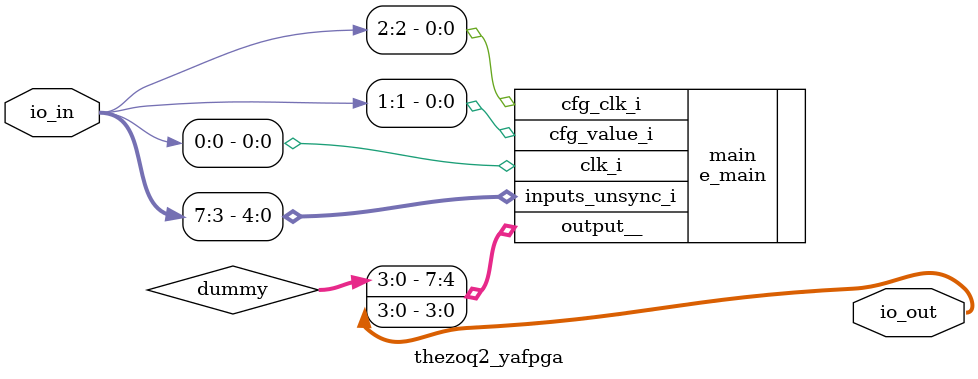
<source format=v>
module thezoq2_yafpga (
    input [7:0] io_in,
    output [7:0] io_out
    );

    wire[3:0] dummy;

    e_main main
        ( .clk_i(io_in[0])
        , .cfg_value_i(io_in[1])
        , .cfg_clk_i(io_in[2])
        , .inputs_unsync_i(io_in[7:3])
        , .output__({dummy, io_out[3:0]})
        );
endmodule

</source>
